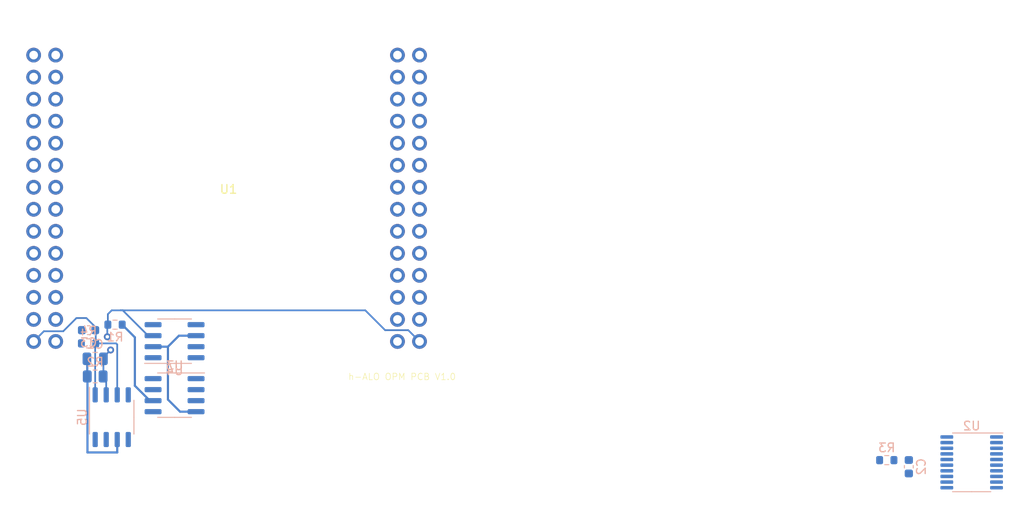
<source format=kicad_pcb>
(kicad_pcb (version 20211014) (generator pcbnew)
  (layers (0 "F.Cu" signal) (31 "B.Cu" signal) (34 "B.Paste" user) (35 "F.Paste" user) (36 "B.SilkS" user "B.Silkscreen") (37 "F.SilkS" user "F.Silkscreen") (38 "B.Mask" user) (39 "F.Mask" user) (44 "Edge.Cuts" user))
  (net 0 "")
  (net 1 "Net-(C1-Pad2)")
  (net 2 "GND")
  (net 3 "/amp0/OUT")
  (net 4 "Net-(R1-Pad2)")
  (net 23 "/amp0/V12")
  (net 25 "Net-(U3-Pad4)")
  (net 33 "/amp0/V5")
  (net 86 "OPD1-")
  (net 87 "OPD1+")
  (footprint "h-ALO:h-ALO-sensor" (layer "F.Cu") (at 121.027 49.407)
    (fp_text reference "U1" (at 0 -0.5 unlocked) (layer "F.SilkS"))
    (fp_text value "h-ALO-sensor")
    (fp_text user "h-ALO OPM PCB V1.0" (at 13.75 21.55) (layer "F.SilkS") (effects (font (size 0.747776 0.747776) (thickness 0.065024)) (justify left bottom)))
    (pad "1" thru_hole oval (at -22.45 -15.975) (size 1.7 1.7) (drill 1) (layers *.Cu *.Mask))
    (pad "2" thru_hole oval (at -19.91 -15.975) (size 1.7 1.7) (drill 1) (layers *.Cu *.Mask))
    (pad "3" thru_hole oval (at -22.45 -13.435) (size 1.7 1.7) (drill 1) (layers *.Cu *.Mask))
    (pad "4" thru_hole oval (at -19.91 -13.435) (size 1.7 1.7) (drill 1) (layers *.Cu *.Mask))
    (pad "5" thru_hole oval (at -22.45 -10.895) (size 1.7 1.7) (drill 1) (layers *.Cu *.Mask))
    (pad "6" thru_hole oval (at -19.91 -10.895) (size 1.7 1.7) (drill 1) (layers *.Cu *.Mask))
    (pad "7" thru_hole oval (at -22.45 -8.355) (size 1.7 1.7) (drill 1) (layers *.Cu *.Mask))
    (pad "8" thru_hole oval (at -19.91 -8.355) (size 1.7 1.7) (drill 1) (layers *.Cu *.Mask))
    (pad "9" thru_hole oval (at -22.45 -5.815) (size 1.7 1.7) (drill 1) (layers *.Cu *.Mask))
    (pad "10" thru_hole oval (at -19.91 -5.815) (size 1.7 1.7) (drill 1) (layers *.Cu *.Mask))
    (pad "11" thru_hole oval (at -22.45 -3.275) (size 1.7 1.7) (drill 1) (layers *.Cu *.Mask))
    (pad "12" thru_hole oval (at -19.91 -3.275) (size 1.7 1.7) (drill 1) (layers *.Cu *.Mask))
    (pad "13" thru_hole oval (at -22.45 -0.735) (size 1.7 1.7) (drill 1) (layers *.Cu *.Mask))
    (pad "14" thru_hole oval (at -19.91 -0.735) (size 1.7 1.7) (drill 1) (layers *.Cu *.Mask))
    (pad "15" thru_hole oval (at -22.45 1.805) (size 1.7 1.7) (drill 1) (layers *.Cu *.Mask))
    (pad "16" thru_hole oval (at -19.91 1.805) (size 1.7 1.7) (drill 1) (layers *.Cu *.Mask))
    (pad "17" thru_hole oval (at -22.45 4.345) (size 1.7 1.7) (drill 1) (layers *.Cu *.Mask))
    (pad "18" thru_hole oval (at -19.91 4.345) (size 1.7 1.7) (drill 1) (layers *.Cu *.Mask))
    (pad "19" thru_hole oval (at -22.45 6.885) (size 1.7 1.7) (drill 1) (layers *.Cu *.Mask))
    (pad "20" thru_hole oval (at -19.91 6.885) (size 1.7 1.7) (drill 1) (layers *.Cu *.Mask))
    (pad "21" thru_hole oval (at -22.45 9.425) (size 1.7 1.7) (drill 1) (layers *.Cu *.Mask))
    (pad "22" thru_hole oval (at -19.91 9.425) (size 1.7 1.7) (drill 1) (layers *.Cu *.Mask))
    (pad "23" thru_hole oval (at -22.45 11.965) (size 1.7 1.7) (drill 1) (layers *.Cu *.Mask))
    (pad "24" thru_hole oval (at -19.91 11.965) (size 1.7 1.7) (drill 1) (layers *.Cu *.Mask))
    (pad "25" thru_hole oval (at -22.45 14.505) (size 1.7 1.7) (drill 1) (layers *.Cu *.Mask))
    (pad "26" thru_hole oval (at -19.91 14.505) (size 1.7 1.7) (drill 1) (layers *.Cu *.Mask))
    (pad "27" thru_hole oval (at -22.45 17.045) (size 1.7 1.7) (drill 1) (layers *.Cu *.Mask) (net 87 "OPD1+"))
    (pad "28" thru_hole oval (at -19.91 17.045) (size 1.7 1.7) (drill 1) (layers *.Cu *.Mask))
    (pad "29" thru_hole oval (at 19.46 -15.975) (size 1.7 1.7) (drill 1) (layers *.Cu *.Mask))
    (pad "30" thru_hole oval (at 22 -15.975) (size 1.7 1.7) (drill 1) (layers *.Cu *.Mask))
    (pad "31" thru_hole oval (at 19.46 -13.435) (size 1.7 1.7) (drill 1) (layers *.Cu *.Mask))
    (pad "32" thru_hole oval (at 22 -13.435) (size 1.7 1.7) (drill 1) (layers *.Cu *.Mask))
    (pad "33" thru_hole oval (at 19.46 -10.895) (size 1.7 1.7) (drill 1) (layers *.Cu *.Mask))
    (pad "34" thru_hole oval (at 22 -10.895) (size 1.7 1.7) (drill 1) (layers *.Cu *.Mask))
    (pad "35" thru_hole oval (at 19.46 -8.355) (size 1.7 1.7) (drill 1) (layers *.Cu *.Mask))
    (pad "36" thru_hole oval (at 22 -8.355) (size 1.7 1.7) (drill 1) (layers *.Cu *.Mask))
    (pad "37" thru_hole oval (at 19.46 -5.815) (size 1.7 1.7) (drill 1) (layers *.Cu *.Mask))
    (pad "38" thru_hole oval (at 22 -5.815) (size 1.7 1.7) (drill 1) (layers *.Cu *.Mask))
    (pad "39" thru_hole oval (at 19.46 -3.275) (size 1.7 1.7) (drill 1) (layers *.Cu *.Mask))
    (pad "40" thru_hole oval (at 22 -3.275) (size 1.7 1.7) (drill 1) (layers *.Cu *.Mask))
    (pad "41" thru_hole oval (at 19.46 -0.735) (size 1.7 1.7) (drill 1) (layers *.Cu *.Mask))
    (pad "42" thru_hole oval (at 22 -0.735) (size 1.7 1.7) (drill 1) (layers *.Cu *.Mask))
    (pad "43" thru_hole oval (at 19.46 1.805) (size 1.7 1.7) (drill 1) (layers *.Cu *.Mask))
    (pad "44" thru_hole oval (at 22 1.805) (size 1.7 1.7) (drill 1) (layers *.Cu *.Mask))
    (pad "45" thru_hole oval (at 19.46 4.345) (size 1.7 1.7) (drill 1) (layers *.Cu *.Mask))
    (pad "46" thru_hole oval (at 22 4.345) (size 1.7 1.7) (drill 1) (layers *.Cu *.Mask))
    (pad "47" thru_hole oval (at 19.46 6.885) (size 1.7 1.7) (drill 1) (layers *.Cu *.Mask))
    (pad "48" thru_hole oval (at 22 6.885) (size 1.7 1.7) (drill 1) (layers *.Cu *.Mask))
    (pad "49" thru_hole oval (at 19.46 9.425) (size 1.7 1.7) (drill 1) (layers *.Cu *.Mask))
    (pad "50" thru_hole oval (at 22 9.425) (size 1.7 1.7) (drill 1) (layers *.Cu *.Mask))
    (pad "51" thru_hole oval (at 19.46 11.965) (size 1.7 1.7) (drill 1) (layers *.Cu *.Mask))
    (pad "52" thru_hole oval (at 22 11.965) (size 1.7 1.7) (drill 1) (layers *.Cu *.Mask))
    (pad "53" thru_hole oval (at 19.46 14.505) (size 1.7 1.7) (drill 1) (layers *.Cu *.Mask))
    (pad "54" thru_hole oval (at 22 14.505) (size 1.7 1.7) (drill 1) (layers *.Cu *.Mask))
    (pad "55" thru_hole oval (at 19.46 17.045) (size 1.7 1.7) (drill 1) (layers *.Cu *.Mask))
    (pad "56" thru_hole oval (at 22 17.045) (size 1.7 1.7) (drill 1) (layers *.Cu *.Mask) (net 86 "OPD1-"))
  )
  (footprint "Package_SO:TSSOP-20_4.4x6.5mm_P0.65mm" (layer "B.Cu") (at 206.629 80.391 180)
    (fp_text reference "U2" (at 0 4.2) (layer "B.SilkS") (effects (justify mirror)))
    (fp_text value "MCP3564-E/ST")
    (fp_line (start 0 3.385) (end 2.2 3.385) (layer "B.SilkS") (width 0.12))
    (fp_line (start 0 -3.385) (end 2.2 -3.385) (layer "B.SilkS") (width 0.12))
    (fp_line (start 0 3.385) (end -3.6 3.385) (layer "B.SilkS") (width 0.12))
    (fp_line (start 0 -3.385) (end -2.2 -3.385) (layer "B.SilkS") (width 0.12))
    (pad "1" smd roundrect (at -2.8625 2.925 180) (size 1.475 0.4) (layers "B.Cu" "B.Paste" "B.Mask"))
    (pad "2" smd roundrect (at -2.8625 2.275 180) (size 1.475 0.4) (layers "B.Cu" "B.Paste" "B.Mask") (net 2 "GND"))
    (pad "3" smd roundrect (at -2.8625 1.625 180) (size 1.475 0.4) (layers "B.Cu" "B.Paste" "B.Mask"))
    (pad "4" smd roundrect (at -2.8625 0.975 180) (size 1.475 0.4) (layers "B.Cu" "B.Paste" "B.Mask"))
    (pad "5" smd roundrect (at -2.8625 0.325 180) (size 1.475 0.4) (layers "B.Cu" "B.Paste" "B.Mask") (net 3 "/amp0/OUT"))
    (pad "6" smd roundrect (at -2.8625 -0.325 180) (size 1.475 0.4) (layers "B.Cu" "B.Paste" "B.Mask"))
    (pad "7" smd roundrect (at -2.8625 -0.975 180) (size 1.475 0.4) (layers "B.Cu" "B.Paste" "B.Mask"))
    (pad "8" smd roundrect (at -2.8625 -1.625 180) (size 1.475 0.4) (layers "B.Cu" "B.Paste" "B.Mask"))
    (pad "9" smd roundrect (at -2.8625 -2.275 180) (size 1.475 0.4) (layers "B.Cu" "B.Paste" "B.Mask"))
    (pad "10" smd roundrect (at -2.8625 -2.925 180) (size 1.475 0.4) (layers "B.Cu" "B.Paste" "B.Mask"))
    (pad "11" smd roundrect (at 2.8625 -2.925 180) (size 1.475 0.4) (layers "B.Cu" "B.Paste" "B.Mask"))
    (pad "12" smd roundrect (at 2.8625 -2.275 180) (size 1.475 0.4) (layers "B.Cu" "B.Paste" "B.Mask"))
    (pad "13" smd roundrect (at 2.8625 -1.625 180) (size 1.475 0.4) (layers "B.Cu" "B.Paste" "B.Mask"))
    (pad "14" smd roundrect (at 2.8625 -0.975 180) (size 1.475 0.4) (layers "B.Cu" "B.Paste" "B.Mask"))
    (pad "15" smd roundrect (at 2.8625 -0.325 180) (size 1.475 0.4) (layers "B.Cu" "B.Paste" "B.Mask"))
    (pad "16" smd roundrect (at 2.8625 0.325 180) (size 1.475 0.4) (layers "B.Cu" "B.Paste" "B.Mask"))
    (pad "17" smd roundrect (at 2.8625 0.975 180) (size 1.475 0.4) (layers "B.Cu" "B.Paste" "B.Mask"))
    (pad "18" smd roundrect (at 2.8625 1.625 180) (size 1.475 0.4) (layers "B.Cu" "B.Paste" "B.Mask"))
    (pad "19" smd roundrect (at 2.8625 2.275 180) (size 1.475 0.4) (layers "B.Cu" "B.Paste" "B.Mask") (net 2 "GND"))
    (pad "20" smd roundrect (at 2.8625 2.925 180) (size 1.475 0.4) (layers "B.Cu" "B.Paste" "B.Mask"))
  )
  (footprint "Capacitor_SMD:C_0805_2012Metric" (layer "B.Cu") (at 105.664 68.453 180)
    (fp_text reference "C1" (at 0 1.68) (layer "B.SilkS") (effects (justify mirror)))
    (fp_text value "C")
    (fp_line (start -0.261252 -0.735) (end 0.261252 -0.735) (layer "B.SilkS") (width 0.12))
    (fp_line (start -0.261252 0.735) (end 0.261252 0.735) (layer "B.SilkS") (width 0.12))
    (pad "1" smd roundrect (at -0.95 0 180) (size 1 1.45) (layers "B.Cu" "B.Paste" "B.Mask") (net 86 "OPD1-"))
    (pad "2" smd roundrect (at 0.95 0 180) (size 1 1.45) (layers "B.Cu" "B.Paste" "B.Mask") (net 1 "Net-(C1-Pad2)"))
  )
  (footprint "Capacitor_SMD:C_0603_1608Metric" (layer "B.Cu") (at 104.902 65.151)
    (fp_text reference "C3" (at 0 1.43) (layer "B.SilkS") (effects (justify mirror)))
    (fp_text value "C")
    (fp_line (start -0.14058 -0.51) (end 0.14058 -0.51) (layer "B.SilkS") (width 0.12))
    (fp_line (start -0.14058 0.51) (end 0.14058 0.51) (layer "B.SilkS") (width 0.12))
    (pad "1" smd roundrect (at -0.775 0) (size 0.9 0.95) (layers "B.Cu" "B.Paste" "B.Mask") (net 2 "GND"))
    (pad "2" smd roundrect (at 0.775 0) (size 0.9 0.95) (layers "B.Cu" "B.Paste" "B.Mask") (net 87 "OPD1+"))
  )
  (footprint "Resistor_SMD:R_0603_1608Metric" (layer "B.Cu") (at 104.902 66.675 180)
    (fp_text reference "R4" (at 0 1.43) (layer "B.SilkS") (effects (justify mirror)))
    (fp_text value "R")
    (fp_line (start -0.237258 0.5225) (end 0.237258 0.5225) (layer "B.SilkS") (width 0.12))
    (fp_line (start -0.237258 -0.5225) (end 0.237258 -0.5225) (layer "B.SilkS") (width 0.12))
    (pad "1" smd roundrect (at -0.825 0 180) (size 0.8 0.95) (layers "B.Cu" "B.Paste" "B.Mask") (net 87 "OPD1+"))
    (pad "2" smd roundrect (at 0.825 0 180) (size 0.8 0.95) (layers "B.Cu" "B.Paste" "B.Mask") (net 2 "GND"))
  )
  (footprint "Resistor_SMD:R_0603_1608Metric" (layer "B.Cu") (at 196.85 80.137 180)
    (fp_text reference "R3" (at 0 1.43) (layer "B.SilkS") (effects (justify mirror)))
    (fp_text value "R")
    (fp_line (start -0.237258 0.5225) (end 0.237258 0.5225) (layer "B.SilkS") (width 0.12))
    (fp_line (start -0.237258 -0.5225) (end 0.237258 -0.5225) (layer "B.SilkS") (width 0.12))
    (pad "1" smd roundrect (at -0.825 0 180) (size 0.8 0.95) (layers "B.Cu" "B.Paste" "B.Mask") (net 3 "/amp0/OUT"))
    (pad "2" smd roundrect (at 0.825 0 180) (size 0.8 0.95) (layers "B.Cu" "B.Paste" "B.Mask") (net 1 "Net-(C1-Pad2)"))
  )
  (footprint "Resistor_SMD:R_0805_2012Metric" (layer "B.Cu") (at 105.664 70.485 180)
    (fp_text reference "R2" (at 0 1.65) (layer "B.SilkS") (effects (justify mirror)))
    (fp_text value "R")
    (fp_line (start -0.227064 -0.735) (end 0.227064 -0.735) (layer "B.SilkS") (width 0.12))
    (fp_line (start -0.227064 0.735) (end 0.227064 0.735) (layer "B.SilkS") (width 0.12))
    (pad "1" smd roundrect (at -0.9125 0 180) (size 1.025 1.4) (layers "B.Cu" "B.Paste" "B.Mask") (roundrect_rratio 0.243902) (net 86 "OPD1-"))
    (pad "2" smd roundrect (at 0.9125 0 180) (size 1.025 1.4) (layers "B.Cu" "B.Paste" "B.Mask") (roundrect_rratio 0.243902) (net 1 "Net-(C1-Pad2)"))
  )
  (footprint "Resistor_SMD:R_0603_1608Metric" (layer "B.Cu") (at 107.95 64.516)
    (fp_text reference "R1" (at 0 1.43) (layer "B.SilkS") (effects (justify mirror)))
    (fp_text value "R")
    (fp_line (start -0.237258 0.5225) (end 0.237258 0.5225) (layer "B.SilkS") (width 0.12))
    (fp_line (start -0.237258 -0.5225) (end 0.237258 -0.5225) (layer "B.SilkS") (width 0.12))
    (pad "1" smd roundrect (at -0.825 0) (size 0.8 0.95) (layers "B.Cu" "B.Paste" "B.Mask") (net 86 "OPD1-"))
    (pad "2" smd roundrect (at 0.825 0) (size 0.8 0.95) (layers "B.Cu" "B.Paste" "B.Mask") (net 4 "Net-(R1-Pad2)"))
  )
  (footprint "Capacitor_SMD:C_0603_1608Metric" (layer "B.Cu") (at 199.39 80.899 90)
    (fp_text reference "C2" (at 0 1.43 90) (layer "B.SilkS") (effects (justify mirror)))
    (fp_text value "C")
    (fp_line (start -0.14058 -0.51) (end 0.14058 -0.51) (layer "B.SilkS") (width 0.12))
    (fp_line (start -0.14058 0.51) (end 0.14058 0.51) (layer "B.SilkS") (width 0.12))
    (pad "1" smd roundrect (at -0.775 0 90) (size 0.9 0.95) (layers "B.Cu" "B.Paste" "B.Mask") (net 2 "GND"))
    (pad "2" smd roundrect (at 0.775 0 90) (size 0.9 0.95) (layers "B.Cu" "B.Paste" "B.Mask") (net 3 "/amp0/OUT"))
  )
  (footprint "Package_SO:SO-8_3.9x4.9mm_P1.27mm" (layer "B.Cu") (at 107.569 75.184 -90)
    (fp_text reference "U5" (at 0 3.4 90) (layer "B.SilkS") (effects (justify mirror)))
    (fp_text value "LTC6268xS8-10")
    (fp_line (start 0 -2.56) (end -1.95 -2.56) (layer "B.SilkS") (width 0.12))
    (fp_line (start 0 2.56) (end -3.45 2.56) (layer "B.SilkS") (width 0.12))
    (fp_line (start 0 -2.56) (end 1.95 -2.56) (layer "B.SilkS") (width 0.12))
    (fp_line (start 0 2.56) (end 1.95 2.56) (layer "B.SilkS") (width 0.12))
    (pad "1" smd roundrect (at -2.575 1.905 270) (size 1.75 0.6) (layers "B.Cu" "B.Paste" "B.Mask") (net 87 "OPD1+"))
    (pad "2" smd roundrect (at -2.575 0.635 270) (size 1.75 0.6) (layers "B.Cu" "B.Paste" "B.Mask") (net 86 "OPD1-"))
    (pad "3" smd roundrect (at -2.575 -0.635 270) (size 1.75 0.6) (layers "B.Cu" "B.Paste" "B.Mask") (net 87 "OPD1+"))
    (pad "4" smd roundrect (at -2.575 -1.905 270) (size 1.75 0.6) (layers "B.Cu" "B.Paste" "B.Mask") (net 87 "OPD1+"))
    (pad "5" smd roundrect (at 2.575 -1.905 270) (size 1.75 0.6) (layers "B.Cu" "B.Paste" "B.Mask") (net 2 "GND"))
    (pad "6" smd roundrect (at 2.575 -0.635 270) (size 1.75 0.6) (layers "B.Cu" "B.Paste" "B.Mask") (net 1 "Net-(C1-Pad2)"))
    (pad "7" smd roundrect (at 2.575 0.635 270) (size 1.75 0.6) (layers "B.Cu" "B.Paste" "B.Mask") (net 33 "/amp0/V5"))
    (pad "8" smd roundrect (at 2.575 1.905 270) (size 1.75 0.6) (layers "B.Cu" "B.Paste" "B.Mask"))
  )
  (footprint "Package_SO:SOIC-8_3.9x4.9mm_P1.27mm" (layer "B.Cu") (at 114.808 72.644 180)
    (fp_text reference "U3" (at 0 3.4) (layer "B.SilkS") (effects (justify mirror)))
    (fp_text value "REF102CU")
    (fp_line (start 0 -2.56) (end -1.95 -2.56) (layer "B.SilkS") (width 0.12))
    (fp_line (start 0 -2.56) (end 1.95 -2.56) (layer "B.SilkS") (width 0.12))
    (fp_line (start 0 2.56) (end 1.95 2.56) (layer "B.SilkS") (width 0.12))
    (fp_line (start 0 2.56) (end -3.45 2.56) (layer "B.SilkS") (width 0.12))
    (pad "1" smd roundrect (at -2.475 1.905 180) (size 1.95 0.6) (layers "B.Cu" "B.Paste" "B.Mask"))
    (pad "2" smd roundrect (at -2.475 0.635 180) (size 1.95 0.6) (layers "B.Cu" "B.Paste" "B.Mask") (net 23 "/amp0/V12"))
    (pad "3" smd roundrect (at -2.475 -0.635 180) (size 1.95 0.6) (layers "B.Cu" "B.Paste" "B.Mask"))
    (pad "4" smd roundrect (at -2.475 -1.905 180) (size 1.95 0.6) (layers "B.Cu" "B.Paste" "B.Mask") (net 25 "Net-(U3-Pad4)"))
    (pad "5" smd roundrect (at 2.475 -1.905 180) (size 1.95 0.6) (layers "B.Cu" "B.Paste" "B.Mask"))
    (pad "6" smd roundrect (at 2.475 -0.635 180) (size 1.95 0.6) (layers "B.Cu" "B.Paste" "B.Mask") (net 4 "Net-(R1-Pad2)"))
    (pad "7" smd roundrect (at 2.475 0.635 180) (size 1.95 0.6) (layers "B.Cu" "B.Paste" "B.Mask"))
    (pad "8" smd roundrect (at 2.475 1.905 180) (size 1.95 0.6) (layers "B.Cu" "B.Paste" "B.Mask"))
  )
  (footprint "Package_SO:SOIC-8_3.9x4.9mm_P1.27mm" (layer "B.Cu") (at 114.808 66.421)
    (fp_text reference "U4" (at 0 3.4) (layer "B.SilkS") (effects (justify mirror)))
    (fp_text value "OPA277UA")
    (fp_line (start 0 2.56) (end -3.45 2.56) (layer "B.SilkS") (width 0.12))
    (fp_line (start 0 -2.56) (end -1.95 -2.56) (layer "B.SilkS") (width 0.12))
    (fp_line (start 0 2.56) (end 1.95 2.56) (layer "B.SilkS") (width 0.12))
    (fp_line (start 0 -2.56) (end 1.95 -2.56) (layer "B.SilkS") (width 0.12))
    (pad "1" smd roundrect (at -2.475 1.905) (size 1.95 0.6) (layers "B.Cu" "B.Paste" "B.Mask"))
    (pad "2" smd roundrect (at -2.475 0.635) (size 1.95 0.6) (layers "B.Cu" "B.Paste" "B.Mask") (net 25 "Net-(U3-Pad4)"))
    (pad "3" smd roundrect (at -2.475 -0.635) (size 1.95 0.6) (layers "B.Cu" "B.Paste" "B.Mask") (net 86 "OPD1-"))
    (pad "4" smd roundrect (at -2.475 -1.905) (size 1.95 0.6) (layers "B.Cu" "B.Paste" "B.Mask"))
    (pad "5" smd roundrect (at 2.475 -1.905) (size 1.95 0.6) (layers "B.Cu" "B.Paste" "B.Mask"))
    (pad "6" smd roundrect (at 2.475 -0.635) (size 1.95 0.6) (layers "B.Cu" "B.Paste" "B.Mask") (net 25 "Net-(U3-Pad4)"))
    (pad "7" smd roundrect (at 2.475 0.635) (size 1.95 0.6) (layers "B.Cu" "B.Paste" "B.Mask") (net 23 "/amp0/V12"))
    (pad "8" smd roundrect (at 2.475 1.905) (size 1.95 0.6) (layers "B.Cu" "B.Paste" "B.Mask"))
  )
  (segment (start 104.775 79.248) (end 104.775 70.5085) (width 0.25) (layer "B.Cu") (net 1))
  (segment (start 104.7515 70.485) (end 104.7515 68.4905) (width 0.25) (layer "B.Cu") (net 1))
  (segment (start 108.204 79.248) (end 104.775 79.248) (width 0.25) (layer "B.Cu") (net 1))
  (segment (start 104.7515 68.4905) (end 104.714 68.453) (width 0.25) (layer "B.Cu") (net 1))
  (segment (start 104.775 70.5085) (end 104.7515 70.485) (width 0.25) (layer "B.Cu") (net 1))
  (segment (start 108.204 77.759) (end 108.204 79.248) (width 0.25) (layer "B.Cu") (net 1))
  (segment (start 111.956249 73.279) (end 110.236 71.558751) (width 0.25) (layer "B.Cu") (net 4))
  (segment (start 110.236 71.558751) (end 110.236 65.977) (width 0.25) (layer "B.Cu") (net 4))
  (segment (start 110.236 65.977) (end 108.775 64.516) (width 0.25) (layer "B.Cu") (net 4))
  (segment (start 112.333 73.279) (end 111.956249 73.279) (width 0.25) (layer "B.Cu") (net 4))
  (segment (start 114.046 67.056) (end 112.333 67.056) (width 0.25) (layer "B.Cu") (net 25))
  (segment (start 117.283 74.549) (end 115.443 74.549) (width 0.25) (layer "B.Cu") (net 25))
  (segment (start 115.443 74.549) (end 114.046 73.152) (width 0.25) (layer "B.Cu") (net 25))
  (segment (start 114.046 73.152) (end 114.046 67.056) (width 0.25) (layer "B.Cu") (net 25))
  (segment (start 115.316 65.786) (end 114.046 67.056) (width 0.25) (layer "B.Cu") (net 25))
  (segment (start 117.283 65.786) (end 115.316 65.786) (width 0.25) (layer "B.Cu") (net 25))
  (via (at 107.442 67.437) (size 0.8) (drill 0.4) (layers "F.Cu" "B.Cu") (net 86))
  (via (at 107.061 65.913) (size 0.8) (drill 0.4) (layers "F.Cu" "B.Cu") (net 86))
  (segment (start 108.585 62.865) (end 107.569 62.865) (width 0.2) (layer "B.Cu") (net 86))
  (segment (start 106.614 68.265) (end 107.442 67.437) (width 0.2) (layer "B.Cu") (net 86))
  (segment (start 108.585 62.865) (end 136.779 62.865) (width 0.2) (layer "B.Cu") (net 86))
  (segment (start 107.061 65.913) (end 107.061 64.58) (width 0.2) (layer "B.Cu") (net 86))
  (segment (start 111.76 65.786) (end 108.839 62.865) (width 0.2) (layer "B.Cu") (net 86))
  (segment (start 106.614 68.453) (end 106.614 68.265) (width 0.2) (layer "B.Cu") (net 86))
  (segment (start 107.061 64.58) (end 107.125 64.516) (width 0.2) (layer "B.Cu") (net 86))
  (segment (start 112.333 65.786) (end 111.76 65.786) (width 0.2) (layer "B.Cu") (net 86))
  (segment (start 136.779 62.865) (end 139.065 65.151) (width 0.2) (layer "B.Cu") (net 86))
  (segment (start 107.125 63.309) (end 107.125 64.516) (width 0.2) (layer "B.Cu") (net 86))
  (segment (start 141.726 65.151) (end 143.027 66.452) (width 0.2) (layer "B.Cu") (net 86))
  (segment (start 107.569 62.865) (end 107.125 63.309) (width 0.2) (layer "B.Cu") (net 86))
  (segment (start 106.614 68.453) (end 106.614 70.4475) (width 0.2) (layer "B.Cu") (net 86))
  (segment (start 106.934 70.8425) (end 106.5765 70.485) (width 0.2) (layer "B.Cu") (net 86))
  (segment (start 106.614 70.4475) (end 106.5765 70.485) (width 0.2) (layer "B.Cu") (net 86))
  (segment (start 106.934 72.609) (end 106.934 70.8425) (width 0.2) (layer "B.Cu") (net 86))
  (segment (start 108.839 62.865) (end 108.585 62.865) (width 0.2) (layer "B.Cu") (net 86))
  (segment (start 139.065 65.151) (end 141.726 65.151) (width 0.2) (layer "B.Cu") (net 86))
  (segment (start 105.677 64.783) (end 104.648 63.754) (width 0.2) (layer "B.Cu") (net 87))
  (segment (start 105.664 72.609) (end 105.664 66.675) (width 0.2) (layer "B.Cu") (net 87))
  (segment (start 105.664 66.675) (end 108.077 66.675) (width 0.2) (layer "B.Cu") (net 87))
  (segment (start 105.727 65.201) (end 105.677 65.151) (width 0.2) (layer "B.Cu") (net 87))
  (segment (start 108.077 66.675) (end 108.204 66.802) (width 0.2) (layer "B.Cu") (net 87))
  (segment (start 99.751 65.278) (end 98.577 66.452) (width 0.2) (layer "B.Cu") (net 87))
  (segment (start 101.981 65.278) (end 99.751 65.278) (width 0.2) (layer "B.Cu") (net 87))
  (segment (start 105.677 65.151) (end 105.677 64.783) (width 0.2) (layer "B.Cu") (net 87))
  (segment (start 108.204 66.802) (end 108.204 72.609) (width 0.2) (layer "B.Cu") (net 87))
  (segment (start 105.727 66.675) (end 105.727 65.201) (width 0.2) (layer "B.Cu") (net 87))
  (segment (start 103.505 63.754) (end 101.981 65.278) (width 0.2) (layer "B.Cu") (net 87))
  (segment (start 104.648 63.754) (end 103.505 63.754) (width 0.2) (layer "B.Cu") (net 87))
)
</source>
